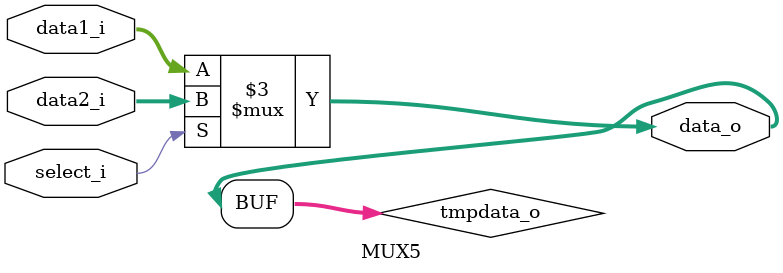
<source format=v>
module MUX5(
	data1_i,
	data2_i,
	select_i,
	data_o
);

input	[4:0]	data1_i;
input	[4:0]	data2_i;
input			select_i;
output	[4:0]	data_o;

reg	[4:0]	tmpdata_o;
assign data_o = tmpdata_o;

always @(*) begin
	if (select_i) begin
		tmpdata_o = data2_i;
	end
	else begin
		tmpdata_o = data1_i;
	end
end
// assign data_o = select_i ? data2_i : data1_i;

endmodule
</source>
